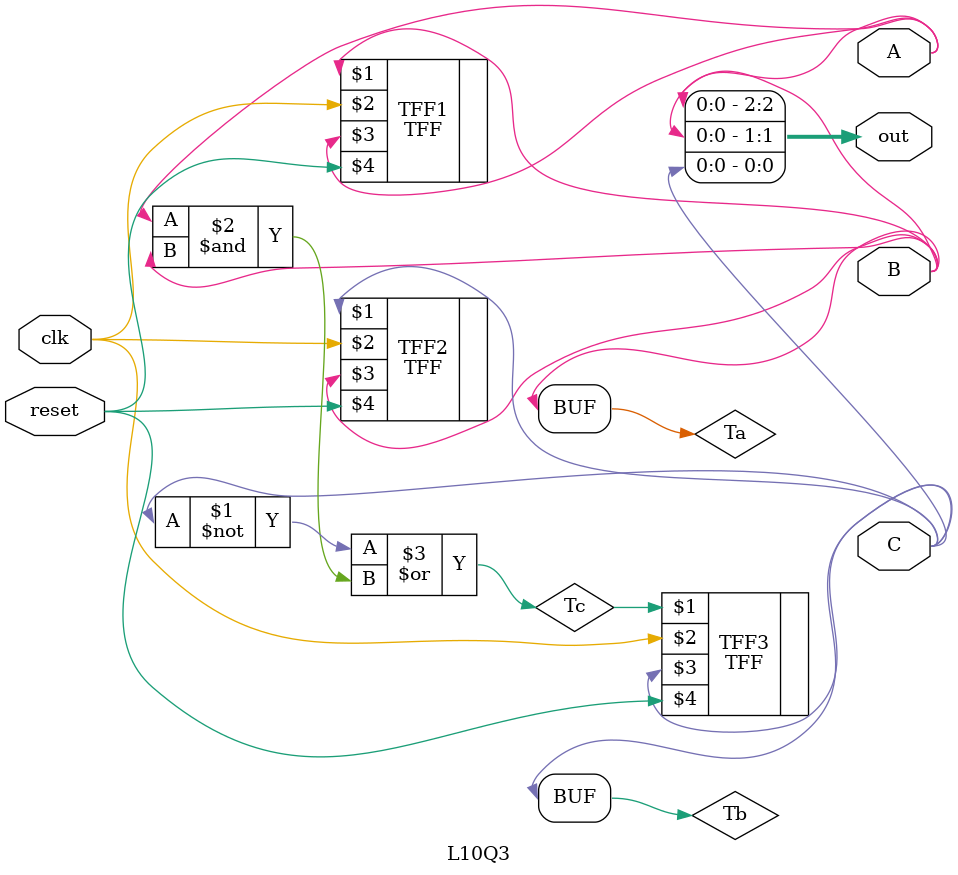
<source format=v>
`include "TFF.v"
module L10Q3(clk,reset,A,B,C,out);

input clk,reset;
output A,B,C;
output [2:0] out;

wire Ta,Tb,Tc;

assign Ta = B;
assign Tb = C;
assign Tc = (~C)|(A&B);

TFF TFF1(Ta,clk,A,reset);
TFF TFF2(Tb,clk,B,reset);
TFF TFF3(Tc,clk,C,reset);

assign out = {A,B,C};
endmodule
</source>
